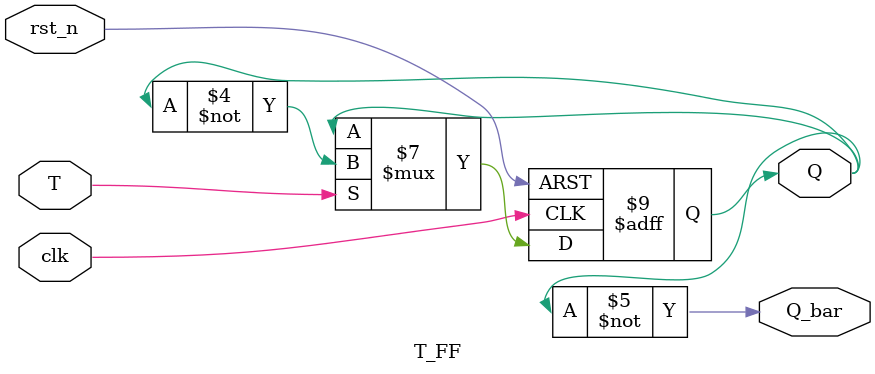
<source format=v>
module T_FF(clk,rst_n,T,Q,Q_bar);

input      clk;
input      rst_n;
input      T;
output reg Q;
output     Q_bar;

always@(posedge clk, negedge rst_n) 
begin
    if(!rst_n) 
        Q <= 0;
    else 
    begin
        if(T == 0)
            Q <= Q;    // No change
        else
            Q <= ~Q;   // toggle
    end
end

assign Q_bar = ~Q;

endmodule
</source>
